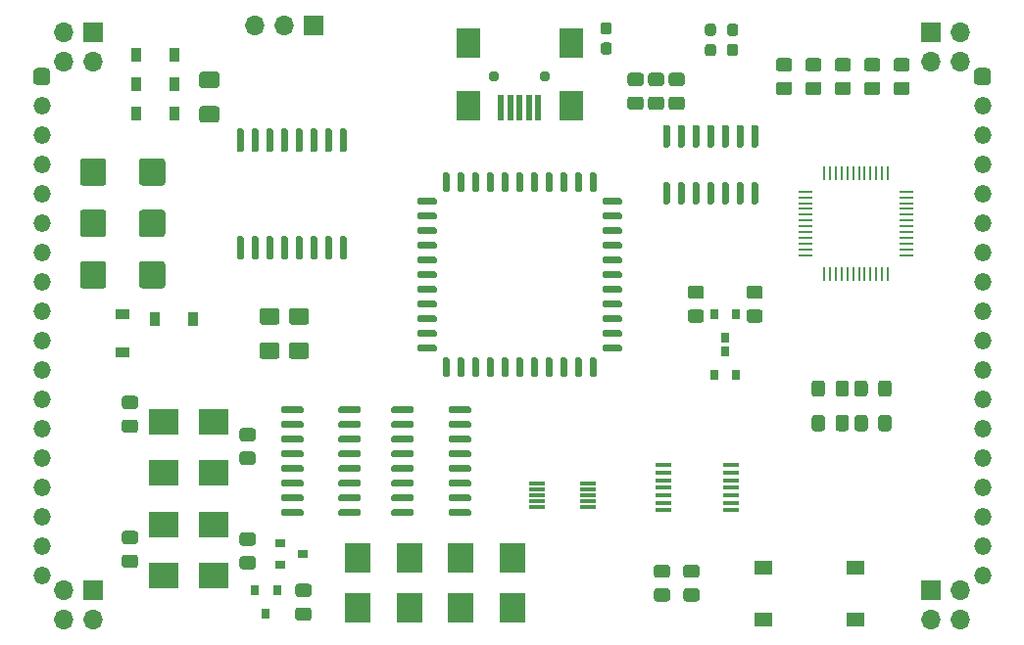
<source format=gbr>
%TF.GenerationSoftware,KiCad,Pcbnew,(5.1.9-0-10_14)*%
%TF.CreationDate,2021-04-17T19:26:37+08:00*%
%TF.ProjectId,BreadControlV2-rounded,42726561-6443-46f6-9e74-726f6c56322d,rev?*%
%TF.SameCoordinates,Original*%
%TF.FileFunction,Soldermask,Top*%
%TF.FilePolarity,Negative*%
%FSLAX46Y46*%
G04 Gerber Fmt 4.6, Leading zero omitted, Abs format (unit mm)*
G04 Created by KiCad (PCBNEW (5.1.9-0-10_14)) date 2021-04-17 19:26:37*
%MOMM*%
%LPD*%
G01*
G04 APERTURE LIST*
%ADD10O,1.500000X1.500000*%
%ADD11O,1.700000X1.700000*%
%ADD12R,1.700000X1.700000*%
%ADD13R,2.500000X2.300000*%
%ADD14R,2.300000X2.500000*%
%ADD15R,1.400000X0.300000*%
%ADD16R,1.450000X0.450000*%
%ADD17R,0.250000X1.300000*%
%ADD18R,1.300000X0.250000*%
%ADD19R,1.550000X1.300000*%
%ADD20R,0.900000X0.800000*%
%ADD21R,0.800000X0.900000*%
%ADD22C,0.950000*%
%ADD23R,2.000000X2.500000*%
%ADD24R,0.500000X2.250000*%
%ADD25R,0.900000X1.200000*%
%ADD26R,1.200000X0.900000*%
G04 APERTURE END LIST*
D10*
%TO.C,J2*%
X179070000Y-78740000D03*
X179070000Y-76200000D03*
X179070000Y-73660000D03*
X179070000Y-71120000D03*
X179070000Y-68580000D03*
X179070000Y-66040000D03*
X179070000Y-63500000D03*
X179070000Y-60960000D03*
X179070000Y-58420000D03*
X179070000Y-55880000D03*
X179070000Y-53340000D03*
X179070000Y-50800000D03*
X179070000Y-48260000D03*
X179070000Y-45720000D03*
X179070000Y-43180000D03*
X179070000Y-40640000D03*
X179070000Y-38100000D03*
G36*
G01*
X178320000Y-35935000D02*
X178320000Y-35185000D01*
G75*
G02*
X178695000Y-34810000I375000J0D01*
G01*
X179445000Y-34810000D01*
G75*
G02*
X179820000Y-35185000I0J-375000D01*
G01*
X179820000Y-35935000D01*
G75*
G02*
X179445000Y-36310000I-375000J0D01*
G01*
X178695000Y-36310000D01*
G75*
G02*
X178320000Y-35935000I0J375000D01*
G01*
G37*
%TD*%
%TO.C,J1*%
X97790000Y-78740000D03*
X97790000Y-76200000D03*
X97790000Y-73660000D03*
X97790000Y-71120000D03*
X97790000Y-68580000D03*
X97790000Y-66040000D03*
X97790000Y-63500000D03*
X97790000Y-60960000D03*
X97790000Y-58420000D03*
X97790000Y-55880000D03*
X97790000Y-53340000D03*
X97790000Y-50800000D03*
X97790000Y-48260000D03*
X97790000Y-45720000D03*
X97790000Y-43180000D03*
X97790000Y-40640000D03*
X97790000Y-38100000D03*
G36*
G01*
X97040000Y-35935000D02*
X97040000Y-35185000D01*
G75*
G02*
X97415000Y-34810000I375000J0D01*
G01*
X98165000Y-34810000D01*
G75*
G02*
X98540000Y-35185000I0J-375000D01*
G01*
X98540000Y-35935000D01*
G75*
G02*
X98165000Y-36310000I-375000J0D01*
G01*
X97415000Y-36310000D01*
G75*
G02*
X97040000Y-35935000I0J375000D01*
G01*
G37*
%TD*%
D11*
%TO.C,J8*%
X177165000Y-82550000D03*
X174625000Y-82550000D03*
X177165000Y-80010000D03*
D12*
X174625000Y-80010000D03*
%TD*%
D11*
%TO.C,Rx Tx Out*%
X177165000Y-34290000D03*
X174625000Y-34290000D03*
X177165000Y-31750000D03*
D12*
X174625000Y-31750000D03*
%TD*%
D11*
%TO.C,J7*%
X99695000Y-82550000D03*
X102235000Y-82550000D03*
X99695000Y-80010000D03*
D12*
X102235000Y-80010000D03*
%TD*%
D11*
%TO.C,Rx Tx in*%
X99695000Y-34290000D03*
X102235000Y-34290000D03*
X99695000Y-31750000D03*
D12*
X102235000Y-31750000D03*
%TD*%
D13*
%TO.C,D16*%
X112640000Y-78740000D03*
X108340000Y-78740000D03*
%TD*%
%TO.C,D15*%
X112640000Y-74295000D03*
X108340000Y-74295000D03*
%TD*%
%TO.C,D14*%
X112640000Y-69850000D03*
X108340000Y-69850000D03*
%TD*%
%TO.C,D13*%
X112640000Y-65405000D03*
X108340000Y-65405000D03*
%TD*%
D14*
%TO.C,D12*%
X129540000Y-77225000D03*
X129540000Y-81525000D03*
%TD*%
%TO.C,D11*%
X138430000Y-77225000D03*
X138430000Y-81525000D03*
%TD*%
%TO.C,D10*%
X133985000Y-77225000D03*
X133985000Y-81525000D03*
%TD*%
%TO.C,D9*%
X125095000Y-77225000D03*
X125095000Y-81525000D03*
%TD*%
D15*
%TO.C,U8*%
X140548000Y-72755000D03*
X140548000Y-72255000D03*
X140548000Y-71755000D03*
X140548000Y-71255000D03*
X140548000Y-70755000D03*
X144948000Y-70755000D03*
X144948000Y-71255000D03*
X144948000Y-71755000D03*
X144948000Y-72255000D03*
X144948000Y-72755000D03*
%TD*%
%TO.C,U7*%
G36*
G01*
X120420000Y-73129000D02*
X120420000Y-73429000D01*
G75*
G02*
X120270000Y-73579000I-150000J0D01*
G01*
X118620000Y-73579000D01*
G75*
G02*
X118470000Y-73429000I0J150000D01*
G01*
X118470000Y-73129000D01*
G75*
G02*
X118620000Y-72979000I150000J0D01*
G01*
X120270000Y-72979000D01*
G75*
G02*
X120420000Y-73129000I0J-150000D01*
G01*
G37*
G36*
G01*
X120420000Y-71859000D02*
X120420000Y-72159000D01*
G75*
G02*
X120270000Y-72309000I-150000J0D01*
G01*
X118620000Y-72309000D01*
G75*
G02*
X118470000Y-72159000I0J150000D01*
G01*
X118470000Y-71859000D01*
G75*
G02*
X118620000Y-71709000I150000J0D01*
G01*
X120270000Y-71709000D01*
G75*
G02*
X120420000Y-71859000I0J-150000D01*
G01*
G37*
G36*
G01*
X120420000Y-70589000D02*
X120420000Y-70889000D01*
G75*
G02*
X120270000Y-71039000I-150000J0D01*
G01*
X118620000Y-71039000D01*
G75*
G02*
X118470000Y-70889000I0J150000D01*
G01*
X118470000Y-70589000D01*
G75*
G02*
X118620000Y-70439000I150000J0D01*
G01*
X120270000Y-70439000D01*
G75*
G02*
X120420000Y-70589000I0J-150000D01*
G01*
G37*
G36*
G01*
X120420000Y-69319000D02*
X120420000Y-69619000D01*
G75*
G02*
X120270000Y-69769000I-150000J0D01*
G01*
X118620000Y-69769000D01*
G75*
G02*
X118470000Y-69619000I0J150000D01*
G01*
X118470000Y-69319000D01*
G75*
G02*
X118620000Y-69169000I150000J0D01*
G01*
X120270000Y-69169000D01*
G75*
G02*
X120420000Y-69319000I0J-150000D01*
G01*
G37*
G36*
G01*
X120420000Y-68049000D02*
X120420000Y-68349000D01*
G75*
G02*
X120270000Y-68499000I-150000J0D01*
G01*
X118620000Y-68499000D01*
G75*
G02*
X118470000Y-68349000I0J150000D01*
G01*
X118470000Y-68049000D01*
G75*
G02*
X118620000Y-67899000I150000J0D01*
G01*
X120270000Y-67899000D01*
G75*
G02*
X120420000Y-68049000I0J-150000D01*
G01*
G37*
G36*
G01*
X120420000Y-66779000D02*
X120420000Y-67079000D01*
G75*
G02*
X120270000Y-67229000I-150000J0D01*
G01*
X118620000Y-67229000D01*
G75*
G02*
X118470000Y-67079000I0J150000D01*
G01*
X118470000Y-66779000D01*
G75*
G02*
X118620000Y-66629000I150000J0D01*
G01*
X120270000Y-66629000D01*
G75*
G02*
X120420000Y-66779000I0J-150000D01*
G01*
G37*
G36*
G01*
X120420000Y-65509000D02*
X120420000Y-65809000D01*
G75*
G02*
X120270000Y-65959000I-150000J0D01*
G01*
X118620000Y-65959000D01*
G75*
G02*
X118470000Y-65809000I0J150000D01*
G01*
X118470000Y-65509000D01*
G75*
G02*
X118620000Y-65359000I150000J0D01*
G01*
X120270000Y-65359000D01*
G75*
G02*
X120420000Y-65509000I0J-150000D01*
G01*
G37*
G36*
G01*
X120420000Y-64239000D02*
X120420000Y-64539000D01*
G75*
G02*
X120270000Y-64689000I-150000J0D01*
G01*
X118620000Y-64689000D01*
G75*
G02*
X118470000Y-64539000I0J150000D01*
G01*
X118470000Y-64239000D01*
G75*
G02*
X118620000Y-64089000I150000J0D01*
G01*
X120270000Y-64089000D01*
G75*
G02*
X120420000Y-64239000I0J-150000D01*
G01*
G37*
G36*
G01*
X125370000Y-64239000D02*
X125370000Y-64539000D01*
G75*
G02*
X125220000Y-64689000I-150000J0D01*
G01*
X123570000Y-64689000D01*
G75*
G02*
X123420000Y-64539000I0J150000D01*
G01*
X123420000Y-64239000D01*
G75*
G02*
X123570000Y-64089000I150000J0D01*
G01*
X125220000Y-64089000D01*
G75*
G02*
X125370000Y-64239000I0J-150000D01*
G01*
G37*
G36*
G01*
X125370000Y-65509000D02*
X125370000Y-65809000D01*
G75*
G02*
X125220000Y-65959000I-150000J0D01*
G01*
X123570000Y-65959000D01*
G75*
G02*
X123420000Y-65809000I0J150000D01*
G01*
X123420000Y-65509000D01*
G75*
G02*
X123570000Y-65359000I150000J0D01*
G01*
X125220000Y-65359000D01*
G75*
G02*
X125370000Y-65509000I0J-150000D01*
G01*
G37*
G36*
G01*
X125370000Y-66779000D02*
X125370000Y-67079000D01*
G75*
G02*
X125220000Y-67229000I-150000J0D01*
G01*
X123570000Y-67229000D01*
G75*
G02*
X123420000Y-67079000I0J150000D01*
G01*
X123420000Y-66779000D01*
G75*
G02*
X123570000Y-66629000I150000J0D01*
G01*
X125220000Y-66629000D01*
G75*
G02*
X125370000Y-66779000I0J-150000D01*
G01*
G37*
G36*
G01*
X125370000Y-68049000D02*
X125370000Y-68349000D01*
G75*
G02*
X125220000Y-68499000I-150000J0D01*
G01*
X123570000Y-68499000D01*
G75*
G02*
X123420000Y-68349000I0J150000D01*
G01*
X123420000Y-68049000D01*
G75*
G02*
X123570000Y-67899000I150000J0D01*
G01*
X125220000Y-67899000D01*
G75*
G02*
X125370000Y-68049000I0J-150000D01*
G01*
G37*
G36*
G01*
X125370000Y-69319000D02*
X125370000Y-69619000D01*
G75*
G02*
X125220000Y-69769000I-150000J0D01*
G01*
X123570000Y-69769000D01*
G75*
G02*
X123420000Y-69619000I0J150000D01*
G01*
X123420000Y-69319000D01*
G75*
G02*
X123570000Y-69169000I150000J0D01*
G01*
X125220000Y-69169000D01*
G75*
G02*
X125370000Y-69319000I0J-150000D01*
G01*
G37*
G36*
G01*
X125370000Y-70589000D02*
X125370000Y-70889000D01*
G75*
G02*
X125220000Y-71039000I-150000J0D01*
G01*
X123570000Y-71039000D01*
G75*
G02*
X123420000Y-70889000I0J150000D01*
G01*
X123420000Y-70589000D01*
G75*
G02*
X123570000Y-70439000I150000J0D01*
G01*
X125220000Y-70439000D01*
G75*
G02*
X125370000Y-70589000I0J-150000D01*
G01*
G37*
G36*
G01*
X125370000Y-71859000D02*
X125370000Y-72159000D01*
G75*
G02*
X125220000Y-72309000I-150000J0D01*
G01*
X123570000Y-72309000D01*
G75*
G02*
X123420000Y-72159000I0J150000D01*
G01*
X123420000Y-71859000D01*
G75*
G02*
X123570000Y-71709000I150000J0D01*
G01*
X125220000Y-71709000D01*
G75*
G02*
X125370000Y-71859000I0J-150000D01*
G01*
G37*
G36*
G01*
X125370000Y-73129000D02*
X125370000Y-73429000D01*
G75*
G02*
X125220000Y-73579000I-150000J0D01*
G01*
X123570000Y-73579000D01*
G75*
G02*
X123420000Y-73429000I0J150000D01*
G01*
X123420000Y-73129000D01*
G75*
G02*
X123570000Y-72979000I150000J0D01*
G01*
X125220000Y-72979000D01*
G75*
G02*
X125370000Y-73129000I0J-150000D01*
G01*
G37*
%TD*%
%TO.C,U6*%
G36*
G01*
X132945000Y-64539000D02*
X132945000Y-64239000D01*
G75*
G02*
X133095000Y-64089000I150000J0D01*
G01*
X134745000Y-64089000D01*
G75*
G02*
X134895000Y-64239000I0J-150000D01*
G01*
X134895000Y-64539000D01*
G75*
G02*
X134745000Y-64689000I-150000J0D01*
G01*
X133095000Y-64689000D01*
G75*
G02*
X132945000Y-64539000I0J150000D01*
G01*
G37*
G36*
G01*
X132945000Y-65809000D02*
X132945000Y-65509000D01*
G75*
G02*
X133095000Y-65359000I150000J0D01*
G01*
X134745000Y-65359000D01*
G75*
G02*
X134895000Y-65509000I0J-150000D01*
G01*
X134895000Y-65809000D01*
G75*
G02*
X134745000Y-65959000I-150000J0D01*
G01*
X133095000Y-65959000D01*
G75*
G02*
X132945000Y-65809000I0J150000D01*
G01*
G37*
G36*
G01*
X132945000Y-67079000D02*
X132945000Y-66779000D01*
G75*
G02*
X133095000Y-66629000I150000J0D01*
G01*
X134745000Y-66629000D01*
G75*
G02*
X134895000Y-66779000I0J-150000D01*
G01*
X134895000Y-67079000D01*
G75*
G02*
X134745000Y-67229000I-150000J0D01*
G01*
X133095000Y-67229000D01*
G75*
G02*
X132945000Y-67079000I0J150000D01*
G01*
G37*
G36*
G01*
X132945000Y-68349000D02*
X132945000Y-68049000D01*
G75*
G02*
X133095000Y-67899000I150000J0D01*
G01*
X134745000Y-67899000D01*
G75*
G02*
X134895000Y-68049000I0J-150000D01*
G01*
X134895000Y-68349000D01*
G75*
G02*
X134745000Y-68499000I-150000J0D01*
G01*
X133095000Y-68499000D01*
G75*
G02*
X132945000Y-68349000I0J150000D01*
G01*
G37*
G36*
G01*
X132945000Y-69619000D02*
X132945000Y-69319000D01*
G75*
G02*
X133095000Y-69169000I150000J0D01*
G01*
X134745000Y-69169000D01*
G75*
G02*
X134895000Y-69319000I0J-150000D01*
G01*
X134895000Y-69619000D01*
G75*
G02*
X134745000Y-69769000I-150000J0D01*
G01*
X133095000Y-69769000D01*
G75*
G02*
X132945000Y-69619000I0J150000D01*
G01*
G37*
G36*
G01*
X132945000Y-70889000D02*
X132945000Y-70589000D01*
G75*
G02*
X133095000Y-70439000I150000J0D01*
G01*
X134745000Y-70439000D01*
G75*
G02*
X134895000Y-70589000I0J-150000D01*
G01*
X134895000Y-70889000D01*
G75*
G02*
X134745000Y-71039000I-150000J0D01*
G01*
X133095000Y-71039000D01*
G75*
G02*
X132945000Y-70889000I0J150000D01*
G01*
G37*
G36*
G01*
X132945000Y-72159000D02*
X132945000Y-71859000D01*
G75*
G02*
X133095000Y-71709000I150000J0D01*
G01*
X134745000Y-71709000D01*
G75*
G02*
X134895000Y-71859000I0J-150000D01*
G01*
X134895000Y-72159000D01*
G75*
G02*
X134745000Y-72309000I-150000J0D01*
G01*
X133095000Y-72309000D01*
G75*
G02*
X132945000Y-72159000I0J150000D01*
G01*
G37*
G36*
G01*
X132945000Y-73429000D02*
X132945000Y-73129000D01*
G75*
G02*
X133095000Y-72979000I150000J0D01*
G01*
X134745000Y-72979000D01*
G75*
G02*
X134895000Y-73129000I0J-150000D01*
G01*
X134895000Y-73429000D01*
G75*
G02*
X134745000Y-73579000I-150000J0D01*
G01*
X133095000Y-73579000D01*
G75*
G02*
X132945000Y-73429000I0J150000D01*
G01*
G37*
G36*
G01*
X127995000Y-73429000D02*
X127995000Y-73129000D01*
G75*
G02*
X128145000Y-72979000I150000J0D01*
G01*
X129795000Y-72979000D01*
G75*
G02*
X129945000Y-73129000I0J-150000D01*
G01*
X129945000Y-73429000D01*
G75*
G02*
X129795000Y-73579000I-150000J0D01*
G01*
X128145000Y-73579000D01*
G75*
G02*
X127995000Y-73429000I0J150000D01*
G01*
G37*
G36*
G01*
X127995000Y-72159000D02*
X127995000Y-71859000D01*
G75*
G02*
X128145000Y-71709000I150000J0D01*
G01*
X129795000Y-71709000D01*
G75*
G02*
X129945000Y-71859000I0J-150000D01*
G01*
X129945000Y-72159000D01*
G75*
G02*
X129795000Y-72309000I-150000J0D01*
G01*
X128145000Y-72309000D01*
G75*
G02*
X127995000Y-72159000I0J150000D01*
G01*
G37*
G36*
G01*
X127995000Y-70889000D02*
X127995000Y-70589000D01*
G75*
G02*
X128145000Y-70439000I150000J0D01*
G01*
X129795000Y-70439000D01*
G75*
G02*
X129945000Y-70589000I0J-150000D01*
G01*
X129945000Y-70889000D01*
G75*
G02*
X129795000Y-71039000I-150000J0D01*
G01*
X128145000Y-71039000D01*
G75*
G02*
X127995000Y-70889000I0J150000D01*
G01*
G37*
G36*
G01*
X127995000Y-69619000D02*
X127995000Y-69319000D01*
G75*
G02*
X128145000Y-69169000I150000J0D01*
G01*
X129795000Y-69169000D01*
G75*
G02*
X129945000Y-69319000I0J-150000D01*
G01*
X129945000Y-69619000D01*
G75*
G02*
X129795000Y-69769000I-150000J0D01*
G01*
X128145000Y-69769000D01*
G75*
G02*
X127995000Y-69619000I0J150000D01*
G01*
G37*
G36*
G01*
X127995000Y-68349000D02*
X127995000Y-68049000D01*
G75*
G02*
X128145000Y-67899000I150000J0D01*
G01*
X129795000Y-67899000D01*
G75*
G02*
X129945000Y-68049000I0J-150000D01*
G01*
X129945000Y-68349000D01*
G75*
G02*
X129795000Y-68499000I-150000J0D01*
G01*
X128145000Y-68499000D01*
G75*
G02*
X127995000Y-68349000I0J150000D01*
G01*
G37*
G36*
G01*
X127995000Y-67079000D02*
X127995000Y-66779000D01*
G75*
G02*
X128145000Y-66629000I150000J0D01*
G01*
X129795000Y-66629000D01*
G75*
G02*
X129945000Y-66779000I0J-150000D01*
G01*
X129945000Y-67079000D01*
G75*
G02*
X129795000Y-67229000I-150000J0D01*
G01*
X128145000Y-67229000D01*
G75*
G02*
X127995000Y-67079000I0J150000D01*
G01*
G37*
G36*
G01*
X127995000Y-65809000D02*
X127995000Y-65509000D01*
G75*
G02*
X128145000Y-65359000I150000J0D01*
G01*
X129795000Y-65359000D01*
G75*
G02*
X129945000Y-65509000I0J-150000D01*
G01*
X129945000Y-65809000D01*
G75*
G02*
X129795000Y-65959000I-150000J0D01*
G01*
X128145000Y-65959000D01*
G75*
G02*
X127995000Y-65809000I0J150000D01*
G01*
G37*
G36*
G01*
X127995000Y-64539000D02*
X127995000Y-64239000D01*
G75*
G02*
X128145000Y-64089000I150000J0D01*
G01*
X129795000Y-64089000D01*
G75*
G02*
X129945000Y-64239000I0J-150000D01*
G01*
X129945000Y-64539000D01*
G75*
G02*
X129795000Y-64689000I-150000J0D01*
G01*
X128145000Y-64689000D01*
G75*
G02*
X127995000Y-64539000I0J150000D01*
G01*
G37*
%TD*%
%TO.C,U5*%
G36*
G01*
X123675000Y-49345000D02*
X123975000Y-49345000D01*
G75*
G02*
X124125000Y-49495000I0J-150000D01*
G01*
X124125000Y-51245000D01*
G75*
G02*
X123975000Y-51395000I-150000J0D01*
G01*
X123675000Y-51395000D01*
G75*
G02*
X123525000Y-51245000I0J150000D01*
G01*
X123525000Y-49495000D01*
G75*
G02*
X123675000Y-49345000I150000J0D01*
G01*
G37*
G36*
G01*
X122405000Y-49345000D02*
X122705000Y-49345000D01*
G75*
G02*
X122855000Y-49495000I0J-150000D01*
G01*
X122855000Y-51245000D01*
G75*
G02*
X122705000Y-51395000I-150000J0D01*
G01*
X122405000Y-51395000D01*
G75*
G02*
X122255000Y-51245000I0J150000D01*
G01*
X122255000Y-49495000D01*
G75*
G02*
X122405000Y-49345000I150000J0D01*
G01*
G37*
G36*
G01*
X121135000Y-49345000D02*
X121435000Y-49345000D01*
G75*
G02*
X121585000Y-49495000I0J-150000D01*
G01*
X121585000Y-51245000D01*
G75*
G02*
X121435000Y-51395000I-150000J0D01*
G01*
X121135000Y-51395000D01*
G75*
G02*
X120985000Y-51245000I0J150000D01*
G01*
X120985000Y-49495000D01*
G75*
G02*
X121135000Y-49345000I150000J0D01*
G01*
G37*
G36*
G01*
X119865000Y-49345000D02*
X120165000Y-49345000D01*
G75*
G02*
X120315000Y-49495000I0J-150000D01*
G01*
X120315000Y-51245000D01*
G75*
G02*
X120165000Y-51395000I-150000J0D01*
G01*
X119865000Y-51395000D01*
G75*
G02*
X119715000Y-51245000I0J150000D01*
G01*
X119715000Y-49495000D01*
G75*
G02*
X119865000Y-49345000I150000J0D01*
G01*
G37*
G36*
G01*
X118595000Y-49345000D02*
X118895000Y-49345000D01*
G75*
G02*
X119045000Y-49495000I0J-150000D01*
G01*
X119045000Y-51245000D01*
G75*
G02*
X118895000Y-51395000I-150000J0D01*
G01*
X118595000Y-51395000D01*
G75*
G02*
X118445000Y-51245000I0J150000D01*
G01*
X118445000Y-49495000D01*
G75*
G02*
X118595000Y-49345000I150000J0D01*
G01*
G37*
G36*
G01*
X117325000Y-49345000D02*
X117625000Y-49345000D01*
G75*
G02*
X117775000Y-49495000I0J-150000D01*
G01*
X117775000Y-51245000D01*
G75*
G02*
X117625000Y-51395000I-150000J0D01*
G01*
X117325000Y-51395000D01*
G75*
G02*
X117175000Y-51245000I0J150000D01*
G01*
X117175000Y-49495000D01*
G75*
G02*
X117325000Y-49345000I150000J0D01*
G01*
G37*
G36*
G01*
X116055000Y-49345000D02*
X116355000Y-49345000D01*
G75*
G02*
X116505000Y-49495000I0J-150000D01*
G01*
X116505000Y-51245000D01*
G75*
G02*
X116355000Y-51395000I-150000J0D01*
G01*
X116055000Y-51395000D01*
G75*
G02*
X115905000Y-51245000I0J150000D01*
G01*
X115905000Y-49495000D01*
G75*
G02*
X116055000Y-49345000I150000J0D01*
G01*
G37*
G36*
G01*
X114785000Y-49345000D02*
X115085000Y-49345000D01*
G75*
G02*
X115235000Y-49495000I0J-150000D01*
G01*
X115235000Y-51245000D01*
G75*
G02*
X115085000Y-51395000I-150000J0D01*
G01*
X114785000Y-51395000D01*
G75*
G02*
X114635000Y-51245000I0J150000D01*
G01*
X114635000Y-49495000D01*
G75*
G02*
X114785000Y-49345000I150000J0D01*
G01*
G37*
G36*
G01*
X114785000Y-40045000D02*
X115085000Y-40045000D01*
G75*
G02*
X115235000Y-40195000I0J-150000D01*
G01*
X115235000Y-41945000D01*
G75*
G02*
X115085000Y-42095000I-150000J0D01*
G01*
X114785000Y-42095000D01*
G75*
G02*
X114635000Y-41945000I0J150000D01*
G01*
X114635000Y-40195000D01*
G75*
G02*
X114785000Y-40045000I150000J0D01*
G01*
G37*
G36*
G01*
X116055000Y-40045000D02*
X116355000Y-40045000D01*
G75*
G02*
X116505000Y-40195000I0J-150000D01*
G01*
X116505000Y-41945000D01*
G75*
G02*
X116355000Y-42095000I-150000J0D01*
G01*
X116055000Y-42095000D01*
G75*
G02*
X115905000Y-41945000I0J150000D01*
G01*
X115905000Y-40195000D01*
G75*
G02*
X116055000Y-40045000I150000J0D01*
G01*
G37*
G36*
G01*
X117325000Y-40045000D02*
X117625000Y-40045000D01*
G75*
G02*
X117775000Y-40195000I0J-150000D01*
G01*
X117775000Y-41945000D01*
G75*
G02*
X117625000Y-42095000I-150000J0D01*
G01*
X117325000Y-42095000D01*
G75*
G02*
X117175000Y-41945000I0J150000D01*
G01*
X117175000Y-40195000D01*
G75*
G02*
X117325000Y-40045000I150000J0D01*
G01*
G37*
G36*
G01*
X118595000Y-40045000D02*
X118895000Y-40045000D01*
G75*
G02*
X119045000Y-40195000I0J-150000D01*
G01*
X119045000Y-41945000D01*
G75*
G02*
X118895000Y-42095000I-150000J0D01*
G01*
X118595000Y-42095000D01*
G75*
G02*
X118445000Y-41945000I0J150000D01*
G01*
X118445000Y-40195000D01*
G75*
G02*
X118595000Y-40045000I150000J0D01*
G01*
G37*
G36*
G01*
X119865000Y-40045000D02*
X120165000Y-40045000D01*
G75*
G02*
X120315000Y-40195000I0J-150000D01*
G01*
X120315000Y-41945000D01*
G75*
G02*
X120165000Y-42095000I-150000J0D01*
G01*
X119865000Y-42095000D01*
G75*
G02*
X119715000Y-41945000I0J150000D01*
G01*
X119715000Y-40195000D01*
G75*
G02*
X119865000Y-40045000I150000J0D01*
G01*
G37*
G36*
G01*
X121135000Y-40045000D02*
X121435000Y-40045000D01*
G75*
G02*
X121585000Y-40195000I0J-150000D01*
G01*
X121585000Y-41945000D01*
G75*
G02*
X121435000Y-42095000I-150000J0D01*
G01*
X121135000Y-42095000D01*
G75*
G02*
X120985000Y-41945000I0J150000D01*
G01*
X120985000Y-40195000D01*
G75*
G02*
X121135000Y-40045000I150000J0D01*
G01*
G37*
G36*
G01*
X122405000Y-40045000D02*
X122705000Y-40045000D01*
G75*
G02*
X122855000Y-40195000I0J-150000D01*
G01*
X122855000Y-41945000D01*
G75*
G02*
X122705000Y-42095000I-150000J0D01*
G01*
X122405000Y-42095000D01*
G75*
G02*
X122255000Y-41945000I0J150000D01*
G01*
X122255000Y-40195000D01*
G75*
G02*
X122405000Y-40045000I150000J0D01*
G01*
G37*
G36*
G01*
X123675000Y-40045000D02*
X123975000Y-40045000D01*
G75*
G02*
X124125000Y-40195000I0J-150000D01*
G01*
X124125000Y-41945000D01*
G75*
G02*
X123975000Y-42095000I-150000J0D01*
G01*
X123675000Y-42095000D01*
G75*
G02*
X123525000Y-41945000I0J150000D01*
G01*
X123525000Y-40195000D01*
G75*
G02*
X123675000Y-40045000I150000J0D01*
G01*
G37*
%TD*%
D16*
%TO.C,U4*%
X151482000Y-73070000D03*
X151482000Y-72420000D03*
X151482000Y-71770000D03*
X151482000Y-71120000D03*
X151482000Y-70470000D03*
X151482000Y-69820000D03*
X151482000Y-69170000D03*
X157382000Y-69170000D03*
X157382000Y-69820000D03*
X157382000Y-70470000D03*
X157382000Y-71120000D03*
X157382000Y-71770000D03*
X157382000Y-72420000D03*
X157382000Y-73070000D03*
%TD*%
D17*
%TO.C,U3*%
X165398000Y-43910000D03*
X165898000Y-43910000D03*
X166398000Y-43910000D03*
X166898000Y-43910000D03*
X167398000Y-43910000D03*
X167898000Y-43910000D03*
X168398000Y-43910000D03*
X168898000Y-43910000D03*
X169398000Y-43910000D03*
X169898000Y-43910000D03*
X170398000Y-43910000D03*
X170898000Y-43910000D03*
D18*
X172498000Y-45510000D03*
X172498000Y-46010000D03*
X172498000Y-46510000D03*
X172498000Y-47010000D03*
X172498000Y-47510000D03*
X172498000Y-48010000D03*
X172498000Y-48510000D03*
X172498000Y-49010000D03*
X172498000Y-49510000D03*
X172498000Y-50010000D03*
X172498000Y-50510000D03*
X172498000Y-51010000D03*
D17*
X170898000Y-52610000D03*
X170398000Y-52610000D03*
X169898000Y-52610000D03*
X169398000Y-52610000D03*
X168898000Y-52610000D03*
X168398000Y-52610000D03*
X167898000Y-52610000D03*
X167398000Y-52610000D03*
X166898000Y-52610000D03*
X166398000Y-52610000D03*
X165898000Y-52610000D03*
X165398000Y-52610000D03*
D18*
X163798000Y-51010000D03*
X163798000Y-50510000D03*
X163798000Y-50010000D03*
X163798000Y-49510000D03*
X163798000Y-49010000D03*
X163798000Y-48510000D03*
X163798000Y-48010000D03*
X163798000Y-47510000D03*
X163798000Y-47010000D03*
X163798000Y-46510000D03*
X163798000Y-46010000D03*
X163798000Y-45510000D03*
%TD*%
%TO.C,U2*%
G36*
G01*
X146365000Y-53675000D02*
X147765000Y-53675000D01*
G75*
G02*
X147915000Y-53825000I0J-150000D01*
G01*
X147915000Y-54125000D01*
G75*
G02*
X147765000Y-54275000I-150000J0D01*
G01*
X146365000Y-54275000D01*
G75*
G02*
X146215000Y-54125000I0J150000D01*
G01*
X146215000Y-53825000D01*
G75*
G02*
X146365000Y-53675000I150000J0D01*
G01*
G37*
G36*
G01*
X146365000Y-54945000D02*
X147765000Y-54945000D01*
G75*
G02*
X147915000Y-55095000I0J-150000D01*
G01*
X147915000Y-55395000D01*
G75*
G02*
X147765000Y-55545000I-150000J0D01*
G01*
X146365000Y-55545000D01*
G75*
G02*
X146215000Y-55395000I0J150000D01*
G01*
X146215000Y-55095000D01*
G75*
G02*
X146365000Y-54945000I150000J0D01*
G01*
G37*
G36*
G01*
X146365000Y-56215000D02*
X147765000Y-56215000D01*
G75*
G02*
X147915000Y-56365000I0J-150000D01*
G01*
X147915000Y-56665000D01*
G75*
G02*
X147765000Y-56815000I-150000J0D01*
G01*
X146365000Y-56815000D01*
G75*
G02*
X146215000Y-56665000I0J150000D01*
G01*
X146215000Y-56365000D01*
G75*
G02*
X146365000Y-56215000I150000J0D01*
G01*
G37*
G36*
G01*
X146365000Y-57485000D02*
X147765000Y-57485000D01*
G75*
G02*
X147915000Y-57635000I0J-150000D01*
G01*
X147915000Y-57935000D01*
G75*
G02*
X147765000Y-58085000I-150000J0D01*
G01*
X146365000Y-58085000D01*
G75*
G02*
X146215000Y-57935000I0J150000D01*
G01*
X146215000Y-57635000D01*
G75*
G02*
X146365000Y-57485000I150000J0D01*
G01*
G37*
G36*
G01*
X146365000Y-58755000D02*
X147765000Y-58755000D01*
G75*
G02*
X147915000Y-58905000I0J-150000D01*
G01*
X147915000Y-59205000D01*
G75*
G02*
X147765000Y-59355000I-150000J0D01*
G01*
X146365000Y-59355000D01*
G75*
G02*
X146215000Y-59205000I0J150000D01*
G01*
X146215000Y-58905000D01*
G75*
G02*
X146365000Y-58755000I150000J0D01*
G01*
G37*
G36*
G01*
X145265000Y-59855000D02*
X145565000Y-59855000D01*
G75*
G02*
X145715000Y-60005000I0J-150000D01*
G01*
X145715000Y-61405000D01*
G75*
G02*
X145565000Y-61555000I-150000J0D01*
G01*
X145265000Y-61555000D01*
G75*
G02*
X145115000Y-61405000I0J150000D01*
G01*
X145115000Y-60005000D01*
G75*
G02*
X145265000Y-59855000I150000J0D01*
G01*
G37*
G36*
G01*
X143995000Y-59855000D02*
X144295000Y-59855000D01*
G75*
G02*
X144445000Y-60005000I0J-150000D01*
G01*
X144445000Y-61405000D01*
G75*
G02*
X144295000Y-61555000I-150000J0D01*
G01*
X143995000Y-61555000D01*
G75*
G02*
X143845000Y-61405000I0J150000D01*
G01*
X143845000Y-60005000D01*
G75*
G02*
X143995000Y-59855000I150000J0D01*
G01*
G37*
G36*
G01*
X142725000Y-59855000D02*
X143025000Y-59855000D01*
G75*
G02*
X143175000Y-60005000I0J-150000D01*
G01*
X143175000Y-61405000D01*
G75*
G02*
X143025000Y-61555000I-150000J0D01*
G01*
X142725000Y-61555000D01*
G75*
G02*
X142575000Y-61405000I0J150000D01*
G01*
X142575000Y-60005000D01*
G75*
G02*
X142725000Y-59855000I150000J0D01*
G01*
G37*
G36*
G01*
X141455000Y-59855000D02*
X141755000Y-59855000D01*
G75*
G02*
X141905000Y-60005000I0J-150000D01*
G01*
X141905000Y-61405000D01*
G75*
G02*
X141755000Y-61555000I-150000J0D01*
G01*
X141455000Y-61555000D01*
G75*
G02*
X141305000Y-61405000I0J150000D01*
G01*
X141305000Y-60005000D01*
G75*
G02*
X141455000Y-59855000I150000J0D01*
G01*
G37*
G36*
G01*
X140185000Y-59855000D02*
X140485000Y-59855000D01*
G75*
G02*
X140635000Y-60005000I0J-150000D01*
G01*
X140635000Y-61405000D01*
G75*
G02*
X140485000Y-61555000I-150000J0D01*
G01*
X140185000Y-61555000D01*
G75*
G02*
X140035000Y-61405000I0J150000D01*
G01*
X140035000Y-60005000D01*
G75*
G02*
X140185000Y-59855000I150000J0D01*
G01*
G37*
G36*
G01*
X138915000Y-59855000D02*
X139215000Y-59855000D01*
G75*
G02*
X139365000Y-60005000I0J-150000D01*
G01*
X139365000Y-61405000D01*
G75*
G02*
X139215000Y-61555000I-150000J0D01*
G01*
X138915000Y-61555000D01*
G75*
G02*
X138765000Y-61405000I0J150000D01*
G01*
X138765000Y-60005000D01*
G75*
G02*
X138915000Y-59855000I150000J0D01*
G01*
G37*
G36*
G01*
X137645000Y-59855000D02*
X137945000Y-59855000D01*
G75*
G02*
X138095000Y-60005000I0J-150000D01*
G01*
X138095000Y-61405000D01*
G75*
G02*
X137945000Y-61555000I-150000J0D01*
G01*
X137645000Y-61555000D01*
G75*
G02*
X137495000Y-61405000I0J150000D01*
G01*
X137495000Y-60005000D01*
G75*
G02*
X137645000Y-59855000I150000J0D01*
G01*
G37*
G36*
G01*
X136375000Y-59855000D02*
X136675000Y-59855000D01*
G75*
G02*
X136825000Y-60005000I0J-150000D01*
G01*
X136825000Y-61405000D01*
G75*
G02*
X136675000Y-61555000I-150000J0D01*
G01*
X136375000Y-61555000D01*
G75*
G02*
X136225000Y-61405000I0J150000D01*
G01*
X136225000Y-60005000D01*
G75*
G02*
X136375000Y-59855000I150000J0D01*
G01*
G37*
G36*
G01*
X135105000Y-59855000D02*
X135405000Y-59855000D01*
G75*
G02*
X135555000Y-60005000I0J-150000D01*
G01*
X135555000Y-61405000D01*
G75*
G02*
X135405000Y-61555000I-150000J0D01*
G01*
X135105000Y-61555000D01*
G75*
G02*
X134955000Y-61405000I0J150000D01*
G01*
X134955000Y-60005000D01*
G75*
G02*
X135105000Y-59855000I150000J0D01*
G01*
G37*
G36*
G01*
X133835000Y-59855000D02*
X134135000Y-59855000D01*
G75*
G02*
X134285000Y-60005000I0J-150000D01*
G01*
X134285000Y-61405000D01*
G75*
G02*
X134135000Y-61555000I-150000J0D01*
G01*
X133835000Y-61555000D01*
G75*
G02*
X133685000Y-61405000I0J150000D01*
G01*
X133685000Y-60005000D01*
G75*
G02*
X133835000Y-59855000I150000J0D01*
G01*
G37*
G36*
G01*
X132565000Y-59855000D02*
X132865000Y-59855000D01*
G75*
G02*
X133015000Y-60005000I0J-150000D01*
G01*
X133015000Y-61405000D01*
G75*
G02*
X132865000Y-61555000I-150000J0D01*
G01*
X132565000Y-61555000D01*
G75*
G02*
X132415000Y-61405000I0J150000D01*
G01*
X132415000Y-60005000D01*
G75*
G02*
X132565000Y-59855000I150000J0D01*
G01*
G37*
G36*
G01*
X130365000Y-58755000D02*
X131765000Y-58755000D01*
G75*
G02*
X131915000Y-58905000I0J-150000D01*
G01*
X131915000Y-59205000D01*
G75*
G02*
X131765000Y-59355000I-150000J0D01*
G01*
X130365000Y-59355000D01*
G75*
G02*
X130215000Y-59205000I0J150000D01*
G01*
X130215000Y-58905000D01*
G75*
G02*
X130365000Y-58755000I150000J0D01*
G01*
G37*
G36*
G01*
X130365000Y-57485000D02*
X131765000Y-57485000D01*
G75*
G02*
X131915000Y-57635000I0J-150000D01*
G01*
X131915000Y-57935000D01*
G75*
G02*
X131765000Y-58085000I-150000J0D01*
G01*
X130365000Y-58085000D01*
G75*
G02*
X130215000Y-57935000I0J150000D01*
G01*
X130215000Y-57635000D01*
G75*
G02*
X130365000Y-57485000I150000J0D01*
G01*
G37*
G36*
G01*
X130365000Y-56215000D02*
X131765000Y-56215000D01*
G75*
G02*
X131915000Y-56365000I0J-150000D01*
G01*
X131915000Y-56665000D01*
G75*
G02*
X131765000Y-56815000I-150000J0D01*
G01*
X130365000Y-56815000D01*
G75*
G02*
X130215000Y-56665000I0J150000D01*
G01*
X130215000Y-56365000D01*
G75*
G02*
X130365000Y-56215000I150000J0D01*
G01*
G37*
G36*
G01*
X130365000Y-54945000D02*
X131765000Y-54945000D01*
G75*
G02*
X131915000Y-55095000I0J-150000D01*
G01*
X131915000Y-55395000D01*
G75*
G02*
X131765000Y-55545000I-150000J0D01*
G01*
X130365000Y-55545000D01*
G75*
G02*
X130215000Y-55395000I0J150000D01*
G01*
X130215000Y-55095000D01*
G75*
G02*
X130365000Y-54945000I150000J0D01*
G01*
G37*
G36*
G01*
X130365000Y-53675000D02*
X131765000Y-53675000D01*
G75*
G02*
X131915000Y-53825000I0J-150000D01*
G01*
X131915000Y-54125000D01*
G75*
G02*
X131765000Y-54275000I-150000J0D01*
G01*
X130365000Y-54275000D01*
G75*
G02*
X130215000Y-54125000I0J150000D01*
G01*
X130215000Y-53825000D01*
G75*
G02*
X130365000Y-53675000I150000J0D01*
G01*
G37*
G36*
G01*
X130365000Y-52405000D02*
X131765000Y-52405000D01*
G75*
G02*
X131915000Y-52555000I0J-150000D01*
G01*
X131915000Y-52855000D01*
G75*
G02*
X131765000Y-53005000I-150000J0D01*
G01*
X130365000Y-53005000D01*
G75*
G02*
X130215000Y-52855000I0J150000D01*
G01*
X130215000Y-52555000D01*
G75*
G02*
X130365000Y-52405000I150000J0D01*
G01*
G37*
G36*
G01*
X130365000Y-51135000D02*
X131765000Y-51135000D01*
G75*
G02*
X131915000Y-51285000I0J-150000D01*
G01*
X131915000Y-51585000D01*
G75*
G02*
X131765000Y-51735000I-150000J0D01*
G01*
X130365000Y-51735000D01*
G75*
G02*
X130215000Y-51585000I0J150000D01*
G01*
X130215000Y-51285000D01*
G75*
G02*
X130365000Y-51135000I150000J0D01*
G01*
G37*
G36*
G01*
X130365000Y-49865000D02*
X131765000Y-49865000D01*
G75*
G02*
X131915000Y-50015000I0J-150000D01*
G01*
X131915000Y-50315000D01*
G75*
G02*
X131765000Y-50465000I-150000J0D01*
G01*
X130365000Y-50465000D01*
G75*
G02*
X130215000Y-50315000I0J150000D01*
G01*
X130215000Y-50015000D01*
G75*
G02*
X130365000Y-49865000I150000J0D01*
G01*
G37*
G36*
G01*
X130365000Y-48595000D02*
X131765000Y-48595000D01*
G75*
G02*
X131915000Y-48745000I0J-150000D01*
G01*
X131915000Y-49045000D01*
G75*
G02*
X131765000Y-49195000I-150000J0D01*
G01*
X130365000Y-49195000D01*
G75*
G02*
X130215000Y-49045000I0J150000D01*
G01*
X130215000Y-48745000D01*
G75*
G02*
X130365000Y-48595000I150000J0D01*
G01*
G37*
G36*
G01*
X130365000Y-47325000D02*
X131765000Y-47325000D01*
G75*
G02*
X131915000Y-47475000I0J-150000D01*
G01*
X131915000Y-47775000D01*
G75*
G02*
X131765000Y-47925000I-150000J0D01*
G01*
X130365000Y-47925000D01*
G75*
G02*
X130215000Y-47775000I0J150000D01*
G01*
X130215000Y-47475000D01*
G75*
G02*
X130365000Y-47325000I150000J0D01*
G01*
G37*
G36*
G01*
X130365000Y-46055000D02*
X131765000Y-46055000D01*
G75*
G02*
X131915000Y-46205000I0J-150000D01*
G01*
X131915000Y-46505000D01*
G75*
G02*
X131765000Y-46655000I-150000J0D01*
G01*
X130365000Y-46655000D01*
G75*
G02*
X130215000Y-46505000I0J150000D01*
G01*
X130215000Y-46205000D01*
G75*
G02*
X130365000Y-46055000I150000J0D01*
G01*
G37*
G36*
G01*
X132565000Y-43855000D02*
X132865000Y-43855000D01*
G75*
G02*
X133015000Y-44005000I0J-150000D01*
G01*
X133015000Y-45405000D01*
G75*
G02*
X132865000Y-45555000I-150000J0D01*
G01*
X132565000Y-45555000D01*
G75*
G02*
X132415000Y-45405000I0J150000D01*
G01*
X132415000Y-44005000D01*
G75*
G02*
X132565000Y-43855000I150000J0D01*
G01*
G37*
G36*
G01*
X133835000Y-43855000D02*
X134135000Y-43855000D01*
G75*
G02*
X134285000Y-44005000I0J-150000D01*
G01*
X134285000Y-45405000D01*
G75*
G02*
X134135000Y-45555000I-150000J0D01*
G01*
X133835000Y-45555000D01*
G75*
G02*
X133685000Y-45405000I0J150000D01*
G01*
X133685000Y-44005000D01*
G75*
G02*
X133835000Y-43855000I150000J0D01*
G01*
G37*
G36*
G01*
X135105000Y-43855000D02*
X135405000Y-43855000D01*
G75*
G02*
X135555000Y-44005000I0J-150000D01*
G01*
X135555000Y-45405000D01*
G75*
G02*
X135405000Y-45555000I-150000J0D01*
G01*
X135105000Y-45555000D01*
G75*
G02*
X134955000Y-45405000I0J150000D01*
G01*
X134955000Y-44005000D01*
G75*
G02*
X135105000Y-43855000I150000J0D01*
G01*
G37*
G36*
G01*
X136375000Y-43855000D02*
X136675000Y-43855000D01*
G75*
G02*
X136825000Y-44005000I0J-150000D01*
G01*
X136825000Y-45405000D01*
G75*
G02*
X136675000Y-45555000I-150000J0D01*
G01*
X136375000Y-45555000D01*
G75*
G02*
X136225000Y-45405000I0J150000D01*
G01*
X136225000Y-44005000D01*
G75*
G02*
X136375000Y-43855000I150000J0D01*
G01*
G37*
G36*
G01*
X137645000Y-43855000D02*
X137945000Y-43855000D01*
G75*
G02*
X138095000Y-44005000I0J-150000D01*
G01*
X138095000Y-45405000D01*
G75*
G02*
X137945000Y-45555000I-150000J0D01*
G01*
X137645000Y-45555000D01*
G75*
G02*
X137495000Y-45405000I0J150000D01*
G01*
X137495000Y-44005000D01*
G75*
G02*
X137645000Y-43855000I150000J0D01*
G01*
G37*
G36*
G01*
X138915000Y-43855000D02*
X139215000Y-43855000D01*
G75*
G02*
X139365000Y-44005000I0J-150000D01*
G01*
X139365000Y-45405000D01*
G75*
G02*
X139215000Y-45555000I-150000J0D01*
G01*
X138915000Y-45555000D01*
G75*
G02*
X138765000Y-45405000I0J150000D01*
G01*
X138765000Y-44005000D01*
G75*
G02*
X138915000Y-43855000I150000J0D01*
G01*
G37*
G36*
G01*
X140185000Y-43855000D02*
X140485000Y-43855000D01*
G75*
G02*
X140635000Y-44005000I0J-150000D01*
G01*
X140635000Y-45405000D01*
G75*
G02*
X140485000Y-45555000I-150000J0D01*
G01*
X140185000Y-45555000D01*
G75*
G02*
X140035000Y-45405000I0J150000D01*
G01*
X140035000Y-44005000D01*
G75*
G02*
X140185000Y-43855000I150000J0D01*
G01*
G37*
G36*
G01*
X141455000Y-43855000D02*
X141755000Y-43855000D01*
G75*
G02*
X141905000Y-44005000I0J-150000D01*
G01*
X141905000Y-45405000D01*
G75*
G02*
X141755000Y-45555000I-150000J0D01*
G01*
X141455000Y-45555000D01*
G75*
G02*
X141305000Y-45405000I0J150000D01*
G01*
X141305000Y-44005000D01*
G75*
G02*
X141455000Y-43855000I150000J0D01*
G01*
G37*
G36*
G01*
X142725000Y-43855000D02*
X143025000Y-43855000D01*
G75*
G02*
X143175000Y-44005000I0J-150000D01*
G01*
X143175000Y-45405000D01*
G75*
G02*
X143025000Y-45555000I-150000J0D01*
G01*
X142725000Y-45555000D01*
G75*
G02*
X142575000Y-45405000I0J150000D01*
G01*
X142575000Y-44005000D01*
G75*
G02*
X142725000Y-43855000I150000J0D01*
G01*
G37*
G36*
G01*
X143995000Y-43855000D02*
X144295000Y-43855000D01*
G75*
G02*
X144445000Y-44005000I0J-150000D01*
G01*
X144445000Y-45405000D01*
G75*
G02*
X144295000Y-45555000I-150000J0D01*
G01*
X143995000Y-45555000D01*
G75*
G02*
X143845000Y-45405000I0J150000D01*
G01*
X143845000Y-44005000D01*
G75*
G02*
X143995000Y-43855000I150000J0D01*
G01*
G37*
G36*
G01*
X145265000Y-43855000D02*
X145565000Y-43855000D01*
G75*
G02*
X145715000Y-44005000I0J-150000D01*
G01*
X145715000Y-45405000D01*
G75*
G02*
X145565000Y-45555000I-150000J0D01*
G01*
X145265000Y-45555000D01*
G75*
G02*
X145115000Y-45405000I0J150000D01*
G01*
X145115000Y-44005000D01*
G75*
G02*
X145265000Y-43855000I150000J0D01*
G01*
G37*
G36*
G01*
X146365000Y-46055000D02*
X147765000Y-46055000D01*
G75*
G02*
X147915000Y-46205000I0J-150000D01*
G01*
X147915000Y-46505000D01*
G75*
G02*
X147765000Y-46655000I-150000J0D01*
G01*
X146365000Y-46655000D01*
G75*
G02*
X146215000Y-46505000I0J150000D01*
G01*
X146215000Y-46205000D01*
G75*
G02*
X146365000Y-46055000I150000J0D01*
G01*
G37*
G36*
G01*
X146365000Y-47325000D02*
X147765000Y-47325000D01*
G75*
G02*
X147915000Y-47475000I0J-150000D01*
G01*
X147915000Y-47775000D01*
G75*
G02*
X147765000Y-47925000I-150000J0D01*
G01*
X146365000Y-47925000D01*
G75*
G02*
X146215000Y-47775000I0J150000D01*
G01*
X146215000Y-47475000D01*
G75*
G02*
X146365000Y-47325000I150000J0D01*
G01*
G37*
G36*
G01*
X146365000Y-48595000D02*
X147765000Y-48595000D01*
G75*
G02*
X147915000Y-48745000I0J-150000D01*
G01*
X147915000Y-49045000D01*
G75*
G02*
X147765000Y-49195000I-150000J0D01*
G01*
X146365000Y-49195000D01*
G75*
G02*
X146215000Y-49045000I0J150000D01*
G01*
X146215000Y-48745000D01*
G75*
G02*
X146365000Y-48595000I150000J0D01*
G01*
G37*
G36*
G01*
X146365000Y-49865000D02*
X147765000Y-49865000D01*
G75*
G02*
X147915000Y-50015000I0J-150000D01*
G01*
X147915000Y-50315000D01*
G75*
G02*
X147765000Y-50465000I-150000J0D01*
G01*
X146365000Y-50465000D01*
G75*
G02*
X146215000Y-50315000I0J150000D01*
G01*
X146215000Y-50015000D01*
G75*
G02*
X146365000Y-49865000I150000J0D01*
G01*
G37*
G36*
G01*
X146365000Y-51135000D02*
X147765000Y-51135000D01*
G75*
G02*
X147915000Y-51285000I0J-150000D01*
G01*
X147915000Y-51585000D01*
G75*
G02*
X147765000Y-51735000I-150000J0D01*
G01*
X146365000Y-51735000D01*
G75*
G02*
X146215000Y-51585000I0J150000D01*
G01*
X146215000Y-51285000D01*
G75*
G02*
X146365000Y-51135000I150000J0D01*
G01*
G37*
G36*
G01*
X146365000Y-52405000D02*
X147765000Y-52405000D01*
G75*
G02*
X147915000Y-52555000I0J-150000D01*
G01*
X147915000Y-52855000D01*
G75*
G02*
X147765000Y-53005000I-150000J0D01*
G01*
X146365000Y-53005000D01*
G75*
G02*
X146215000Y-52855000I0J150000D01*
G01*
X146215000Y-52555000D01*
G75*
G02*
X146365000Y-52405000I150000J0D01*
G01*
G37*
%TD*%
%TO.C,U1*%
G36*
G01*
X159235000Y-44680000D02*
X159535000Y-44680000D01*
G75*
G02*
X159685000Y-44830000I0J-150000D01*
G01*
X159685000Y-46480000D01*
G75*
G02*
X159535000Y-46630000I-150000J0D01*
G01*
X159235000Y-46630000D01*
G75*
G02*
X159085000Y-46480000I0J150000D01*
G01*
X159085000Y-44830000D01*
G75*
G02*
X159235000Y-44680000I150000J0D01*
G01*
G37*
G36*
G01*
X157965000Y-44680000D02*
X158265000Y-44680000D01*
G75*
G02*
X158415000Y-44830000I0J-150000D01*
G01*
X158415000Y-46480000D01*
G75*
G02*
X158265000Y-46630000I-150000J0D01*
G01*
X157965000Y-46630000D01*
G75*
G02*
X157815000Y-46480000I0J150000D01*
G01*
X157815000Y-44830000D01*
G75*
G02*
X157965000Y-44680000I150000J0D01*
G01*
G37*
G36*
G01*
X156695000Y-44680000D02*
X156995000Y-44680000D01*
G75*
G02*
X157145000Y-44830000I0J-150000D01*
G01*
X157145000Y-46480000D01*
G75*
G02*
X156995000Y-46630000I-150000J0D01*
G01*
X156695000Y-46630000D01*
G75*
G02*
X156545000Y-46480000I0J150000D01*
G01*
X156545000Y-44830000D01*
G75*
G02*
X156695000Y-44680000I150000J0D01*
G01*
G37*
G36*
G01*
X155425000Y-44680000D02*
X155725000Y-44680000D01*
G75*
G02*
X155875000Y-44830000I0J-150000D01*
G01*
X155875000Y-46480000D01*
G75*
G02*
X155725000Y-46630000I-150000J0D01*
G01*
X155425000Y-46630000D01*
G75*
G02*
X155275000Y-46480000I0J150000D01*
G01*
X155275000Y-44830000D01*
G75*
G02*
X155425000Y-44680000I150000J0D01*
G01*
G37*
G36*
G01*
X154155000Y-44680000D02*
X154455000Y-44680000D01*
G75*
G02*
X154605000Y-44830000I0J-150000D01*
G01*
X154605000Y-46480000D01*
G75*
G02*
X154455000Y-46630000I-150000J0D01*
G01*
X154155000Y-46630000D01*
G75*
G02*
X154005000Y-46480000I0J150000D01*
G01*
X154005000Y-44830000D01*
G75*
G02*
X154155000Y-44680000I150000J0D01*
G01*
G37*
G36*
G01*
X152885000Y-44680000D02*
X153185000Y-44680000D01*
G75*
G02*
X153335000Y-44830000I0J-150000D01*
G01*
X153335000Y-46480000D01*
G75*
G02*
X153185000Y-46630000I-150000J0D01*
G01*
X152885000Y-46630000D01*
G75*
G02*
X152735000Y-46480000I0J150000D01*
G01*
X152735000Y-44830000D01*
G75*
G02*
X152885000Y-44680000I150000J0D01*
G01*
G37*
G36*
G01*
X151615000Y-44680000D02*
X151915000Y-44680000D01*
G75*
G02*
X152065000Y-44830000I0J-150000D01*
G01*
X152065000Y-46480000D01*
G75*
G02*
X151915000Y-46630000I-150000J0D01*
G01*
X151615000Y-46630000D01*
G75*
G02*
X151465000Y-46480000I0J150000D01*
G01*
X151465000Y-44830000D01*
G75*
G02*
X151615000Y-44680000I150000J0D01*
G01*
G37*
G36*
G01*
X151615000Y-39730000D02*
X151915000Y-39730000D01*
G75*
G02*
X152065000Y-39880000I0J-150000D01*
G01*
X152065000Y-41530000D01*
G75*
G02*
X151915000Y-41680000I-150000J0D01*
G01*
X151615000Y-41680000D01*
G75*
G02*
X151465000Y-41530000I0J150000D01*
G01*
X151465000Y-39880000D01*
G75*
G02*
X151615000Y-39730000I150000J0D01*
G01*
G37*
G36*
G01*
X152885000Y-39730000D02*
X153185000Y-39730000D01*
G75*
G02*
X153335000Y-39880000I0J-150000D01*
G01*
X153335000Y-41530000D01*
G75*
G02*
X153185000Y-41680000I-150000J0D01*
G01*
X152885000Y-41680000D01*
G75*
G02*
X152735000Y-41530000I0J150000D01*
G01*
X152735000Y-39880000D01*
G75*
G02*
X152885000Y-39730000I150000J0D01*
G01*
G37*
G36*
G01*
X154155000Y-39730000D02*
X154455000Y-39730000D01*
G75*
G02*
X154605000Y-39880000I0J-150000D01*
G01*
X154605000Y-41530000D01*
G75*
G02*
X154455000Y-41680000I-150000J0D01*
G01*
X154155000Y-41680000D01*
G75*
G02*
X154005000Y-41530000I0J150000D01*
G01*
X154005000Y-39880000D01*
G75*
G02*
X154155000Y-39730000I150000J0D01*
G01*
G37*
G36*
G01*
X155425000Y-39730000D02*
X155725000Y-39730000D01*
G75*
G02*
X155875000Y-39880000I0J-150000D01*
G01*
X155875000Y-41530000D01*
G75*
G02*
X155725000Y-41680000I-150000J0D01*
G01*
X155425000Y-41680000D01*
G75*
G02*
X155275000Y-41530000I0J150000D01*
G01*
X155275000Y-39880000D01*
G75*
G02*
X155425000Y-39730000I150000J0D01*
G01*
G37*
G36*
G01*
X156695000Y-39730000D02*
X156995000Y-39730000D01*
G75*
G02*
X157145000Y-39880000I0J-150000D01*
G01*
X157145000Y-41530000D01*
G75*
G02*
X156995000Y-41680000I-150000J0D01*
G01*
X156695000Y-41680000D01*
G75*
G02*
X156545000Y-41530000I0J150000D01*
G01*
X156545000Y-39880000D01*
G75*
G02*
X156695000Y-39730000I150000J0D01*
G01*
G37*
G36*
G01*
X157965000Y-39730000D02*
X158265000Y-39730000D01*
G75*
G02*
X158415000Y-39880000I0J-150000D01*
G01*
X158415000Y-41530000D01*
G75*
G02*
X158265000Y-41680000I-150000J0D01*
G01*
X157965000Y-41680000D01*
G75*
G02*
X157815000Y-41530000I0J150000D01*
G01*
X157815000Y-39880000D01*
G75*
G02*
X157965000Y-39730000I150000J0D01*
G01*
G37*
G36*
G01*
X159235000Y-39730000D02*
X159535000Y-39730000D01*
G75*
G02*
X159685000Y-39880000I0J-150000D01*
G01*
X159685000Y-41530000D01*
G75*
G02*
X159535000Y-41680000I-150000J0D01*
G01*
X159235000Y-41680000D01*
G75*
G02*
X159085000Y-41530000I0J150000D01*
G01*
X159085000Y-39880000D01*
G75*
G02*
X159235000Y-39730000I150000J0D01*
G01*
G37*
%TD*%
D19*
%TO.C,Reset*%
X160104000Y-78014000D03*
X160104000Y-82514000D03*
X168064000Y-82514000D03*
X168064000Y-78014000D03*
%TD*%
%TO.C,R19*%
G36*
G01*
X170058500Y-65982001D02*
X170058500Y-65081999D01*
G75*
G02*
X170308499Y-64832000I249999J0D01*
G01*
X170958501Y-64832000D01*
G75*
G02*
X171208500Y-65081999I0J-249999D01*
G01*
X171208500Y-65982001D01*
G75*
G02*
X170958501Y-66232000I-249999J0D01*
G01*
X170308499Y-66232000D01*
G75*
G02*
X170058500Y-65982001I0J249999D01*
G01*
G37*
G36*
G01*
X168008500Y-65982001D02*
X168008500Y-65081999D01*
G75*
G02*
X168258499Y-64832000I249999J0D01*
G01*
X168908501Y-64832000D01*
G75*
G02*
X169158500Y-65081999I0J-249999D01*
G01*
X169158500Y-65982001D01*
G75*
G02*
X168908501Y-66232000I-249999J0D01*
G01*
X168258499Y-66232000D01*
G75*
G02*
X168008500Y-65982001I0J249999D01*
G01*
G37*
%TD*%
%TO.C,R18*%
G36*
G01*
X170058500Y-62997501D02*
X170058500Y-62097499D01*
G75*
G02*
X170308499Y-61847500I249999J0D01*
G01*
X170958501Y-61847500D01*
G75*
G02*
X171208500Y-62097499I0J-249999D01*
G01*
X171208500Y-62997501D01*
G75*
G02*
X170958501Y-63247500I-249999J0D01*
G01*
X170308499Y-63247500D01*
G75*
G02*
X170058500Y-62997501I0J249999D01*
G01*
G37*
G36*
G01*
X168008500Y-62997501D02*
X168008500Y-62097499D01*
G75*
G02*
X168258499Y-61847500I249999J0D01*
G01*
X168908501Y-61847500D01*
G75*
G02*
X169158500Y-62097499I0J-249999D01*
G01*
X169158500Y-62997501D01*
G75*
G02*
X168908501Y-63247500I-249999J0D01*
G01*
X168258499Y-63247500D01*
G75*
G02*
X168008500Y-62997501I0J249999D01*
G01*
G37*
%TD*%
%TO.C,R17*%
G36*
G01*
X166375500Y-65982001D02*
X166375500Y-65081999D01*
G75*
G02*
X166625499Y-64832000I249999J0D01*
G01*
X167275501Y-64832000D01*
G75*
G02*
X167525500Y-65081999I0J-249999D01*
G01*
X167525500Y-65982001D01*
G75*
G02*
X167275501Y-66232000I-249999J0D01*
G01*
X166625499Y-66232000D01*
G75*
G02*
X166375500Y-65982001I0J249999D01*
G01*
G37*
G36*
G01*
X164325500Y-65982001D02*
X164325500Y-65081999D01*
G75*
G02*
X164575499Y-64832000I249999J0D01*
G01*
X165225501Y-64832000D01*
G75*
G02*
X165475500Y-65081999I0J-249999D01*
G01*
X165475500Y-65982001D01*
G75*
G02*
X165225501Y-66232000I-249999J0D01*
G01*
X164575499Y-66232000D01*
G75*
G02*
X164325500Y-65982001I0J249999D01*
G01*
G37*
%TD*%
%TO.C,R16*%
G36*
G01*
X166366500Y-62997501D02*
X166366500Y-62097499D01*
G75*
G02*
X166616499Y-61847500I249999J0D01*
G01*
X167266501Y-61847500D01*
G75*
G02*
X167516500Y-62097499I0J-249999D01*
G01*
X167516500Y-62997501D01*
G75*
G02*
X167266501Y-63247500I-249999J0D01*
G01*
X166616499Y-63247500D01*
G75*
G02*
X166366500Y-62997501I0J249999D01*
G01*
G37*
G36*
G01*
X164316500Y-62997501D02*
X164316500Y-62097499D01*
G75*
G02*
X164566499Y-61847500I249999J0D01*
G01*
X165216501Y-61847500D01*
G75*
G02*
X165466500Y-62097499I0J-249999D01*
G01*
X165466500Y-62997501D01*
G75*
G02*
X165216501Y-63247500I-249999J0D01*
G01*
X164566499Y-63247500D01*
G75*
G02*
X164316500Y-62997501I0J249999D01*
G01*
G37*
%TD*%
%TO.C,R14*%
G36*
G01*
X120846001Y-80576000D02*
X119945999Y-80576000D01*
G75*
G02*
X119696000Y-80326001I0J249999D01*
G01*
X119696000Y-79675999D01*
G75*
G02*
X119945999Y-79426000I249999J0D01*
G01*
X120846001Y-79426000D01*
G75*
G02*
X121096000Y-79675999I0J-249999D01*
G01*
X121096000Y-80326001D01*
G75*
G02*
X120846001Y-80576000I-249999J0D01*
G01*
G37*
G36*
G01*
X120846001Y-82626000D02*
X119945999Y-82626000D01*
G75*
G02*
X119696000Y-82376001I0J249999D01*
G01*
X119696000Y-81725999D01*
G75*
G02*
X119945999Y-81476000I249999J0D01*
G01*
X120846001Y-81476000D01*
G75*
G02*
X121096000Y-81725999I0J-249999D01*
G01*
X121096000Y-82376001D01*
G75*
G02*
X120846001Y-82626000I-249999J0D01*
G01*
G37*
%TD*%
%TO.C,R13*%
G36*
G01*
X104959999Y-76904000D02*
X105860001Y-76904000D01*
G75*
G02*
X106110000Y-77153999I0J-249999D01*
G01*
X106110000Y-77804001D01*
G75*
G02*
X105860001Y-78054000I-249999J0D01*
G01*
X104959999Y-78054000D01*
G75*
G02*
X104710000Y-77804001I0J249999D01*
G01*
X104710000Y-77153999D01*
G75*
G02*
X104959999Y-76904000I249999J0D01*
G01*
G37*
G36*
G01*
X104959999Y-74854000D02*
X105860001Y-74854000D01*
G75*
G02*
X106110000Y-75103999I0J-249999D01*
G01*
X106110000Y-75754001D01*
G75*
G02*
X105860001Y-76004000I-249999J0D01*
G01*
X104959999Y-76004000D01*
G75*
G02*
X104710000Y-75754001I0J249999D01*
G01*
X104710000Y-75103999D01*
G75*
G02*
X104959999Y-74854000I249999J0D01*
G01*
G37*
%TD*%
%TO.C,R12*%
G36*
G01*
X116020001Y-76140000D02*
X115119999Y-76140000D01*
G75*
G02*
X114870000Y-75890001I0J249999D01*
G01*
X114870000Y-75239999D01*
G75*
G02*
X115119999Y-74990000I249999J0D01*
G01*
X116020001Y-74990000D01*
G75*
G02*
X116270000Y-75239999I0J-249999D01*
G01*
X116270000Y-75890001D01*
G75*
G02*
X116020001Y-76140000I-249999J0D01*
G01*
G37*
G36*
G01*
X116020001Y-78190000D02*
X115119999Y-78190000D01*
G75*
G02*
X114870000Y-77940001I0J249999D01*
G01*
X114870000Y-77289999D01*
G75*
G02*
X115119999Y-77040000I249999J0D01*
G01*
X116020001Y-77040000D01*
G75*
G02*
X116270000Y-77289999I0J-249999D01*
G01*
X116270000Y-77940001D01*
G75*
G02*
X116020001Y-78190000I-249999J0D01*
G01*
G37*
%TD*%
%TO.C,R11*%
G36*
G01*
X159835001Y-54795000D02*
X158934999Y-54795000D01*
G75*
G02*
X158685000Y-54545001I0J249999D01*
G01*
X158685000Y-53894999D01*
G75*
G02*
X158934999Y-53645000I249999J0D01*
G01*
X159835001Y-53645000D01*
G75*
G02*
X160085000Y-53894999I0J-249999D01*
G01*
X160085000Y-54545001D01*
G75*
G02*
X159835001Y-54795000I-249999J0D01*
G01*
G37*
G36*
G01*
X159835001Y-56845000D02*
X158934999Y-56845000D01*
G75*
G02*
X158685000Y-56595001I0J249999D01*
G01*
X158685000Y-55944999D01*
G75*
G02*
X158934999Y-55695000I249999J0D01*
G01*
X159835001Y-55695000D01*
G75*
G02*
X160085000Y-55944999I0J-249999D01*
G01*
X160085000Y-56595001D01*
G75*
G02*
X159835001Y-56845000I-249999J0D01*
G01*
G37*
%TD*%
%TO.C,R10*%
G36*
G01*
X154755001Y-54795000D02*
X153854999Y-54795000D01*
G75*
G02*
X153605000Y-54545001I0J249999D01*
G01*
X153605000Y-53894999D01*
G75*
G02*
X153854999Y-53645000I249999J0D01*
G01*
X154755001Y-53645000D01*
G75*
G02*
X155005000Y-53894999I0J-249999D01*
G01*
X155005000Y-54545001D01*
G75*
G02*
X154755001Y-54795000I-249999J0D01*
G01*
G37*
G36*
G01*
X154755001Y-56845000D02*
X153854999Y-56845000D01*
G75*
G02*
X153605000Y-56595001I0J249999D01*
G01*
X153605000Y-55944999D01*
G75*
G02*
X153854999Y-55695000I249999J0D01*
G01*
X154755001Y-55695000D01*
G75*
G02*
X155005000Y-55944999I0J-249999D01*
G01*
X155005000Y-56595001D01*
G75*
G02*
X154755001Y-56845000I-249999J0D01*
G01*
G37*
%TD*%
%TO.C,R9*%
G36*
G01*
X115119999Y-68005000D02*
X116020001Y-68005000D01*
G75*
G02*
X116270000Y-68254999I0J-249999D01*
G01*
X116270000Y-68905001D01*
G75*
G02*
X116020001Y-69155000I-249999J0D01*
G01*
X115119999Y-69155000D01*
G75*
G02*
X114870000Y-68905001I0J249999D01*
G01*
X114870000Y-68254999D01*
G75*
G02*
X115119999Y-68005000I249999J0D01*
G01*
G37*
G36*
G01*
X115119999Y-65955000D02*
X116020001Y-65955000D01*
G75*
G02*
X116270000Y-66204999I0J-249999D01*
G01*
X116270000Y-66855001D01*
G75*
G02*
X116020001Y-67105000I-249999J0D01*
G01*
X115119999Y-67105000D01*
G75*
G02*
X114870000Y-66855001I0J249999D01*
G01*
X114870000Y-66204999D01*
G75*
G02*
X115119999Y-65955000I249999J0D01*
G01*
G37*
%TD*%
%TO.C,R8*%
G36*
G01*
X104959999Y-65220000D02*
X105860001Y-65220000D01*
G75*
G02*
X106110000Y-65469999I0J-249999D01*
G01*
X106110000Y-66120001D01*
G75*
G02*
X105860001Y-66370000I-249999J0D01*
G01*
X104959999Y-66370000D01*
G75*
G02*
X104710000Y-66120001I0J249999D01*
G01*
X104710000Y-65469999D01*
G75*
G02*
X104959999Y-65220000I249999J0D01*
G01*
G37*
G36*
G01*
X104959999Y-63170000D02*
X105860001Y-63170000D01*
G75*
G02*
X106110000Y-63419999I0J-249999D01*
G01*
X106110000Y-64070001D01*
G75*
G02*
X105860001Y-64320000I-249999J0D01*
G01*
X104959999Y-64320000D01*
G75*
G02*
X104710000Y-64070001I0J249999D01*
G01*
X104710000Y-63419999D01*
G75*
G02*
X104959999Y-63170000I249999J0D01*
G01*
G37*
%TD*%
%TO.C,R7*%
G36*
G01*
X153473999Y-79825000D02*
X154374001Y-79825000D01*
G75*
G02*
X154624000Y-80074999I0J-249999D01*
G01*
X154624000Y-80725001D01*
G75*
G02*
X154374001Y-80975000I-249999J0D01*
G01*
X153473999Y-80975000D01*
G75*
G02*
X153224000Y-80725001I0J249999D01*
G01*
X153224000Y-80074999D01*
G75*
G02*
X153473999Y-79825000I249999J0D01*
G01*
G37*
G36*
G01*
X153473999Y-77775000D02*
X154374001Y-77775000D01*
G75*
G02*
X154624000Y-78024999I0J-249999D01*
G01*
X154624000Y-78675001D01*
G75*
G02*
X154374001Y-78925000I-249999J0D01*
G01*
X153473999Y-78925000D01*
G75*
G02*
X153224000Y-78675001I0J249999D01*
G01*
X153224000Y-78024999D01*
G75*
G02*
X153473999Y-77775000I249999J0D01*
G01*
G37*
%TD*%
%TO.C,R6*%
G36*
G01*
X171634999Y-36010000D02*
X172535001Y-36010000D01*
G75*
G02*
X172785000Y-36259999I0J-249999D01*
G01*
X172785000Y-36910001D01*
G75*
G02*
X172535001Y-37160000I-249999J0D01*
G01*
X171634999Y-37160000D01*
G75*
G02*
X171385000Y-36910001I0J249999D01*
G01*
X171385000Y-36259999D01*
G75*
G02*
X171634999Y-36010000I249999J0D01*
G01*
G37*
G36*
G01*
X171634999Y-33960000D02*
X172535001Y-33960000D01*
G75*
G02*
X172785000Y-34209999I0J-249999D01*
G01*
X172785000Y-34860001D01*
G75*
G02*
X172535001Y-35110000I-249999J0D01*
G01*
X171634999Y-35110000D01*
G75*
G02*
X171385000Y-34860001I0J249999D01*
G01*
X171385000Y-34209999D01*
G75*
G02*
X171634999Y-33960000I249999J0D01*
G01*
G37*
%TD*%
%TO.C,R5*%
G36*
G01*
X149548001Y-36380000D02*
X148647999Y-36380000D01*
G75*
G02*
X148398000Y-36130001I0J249999D01*
G01*
X148398000Y-35479999D01*
G75*
G02*
X148647999Y-35230000I249999J0D01*
G01*
X149548001Y-35230000D01*
G75*
G02*
X149798000Y-35479999I0J-249999D01*
G01*
X149798000Y-36130001D01*
G75*
G02*
X149548001Y-36380000I-249999J0D01*
G01*
G37*
G36*
G01*
X149548001Y-38430000D02*
X148647999Y-38430000D01*
G75*
G02*
X148398000Y-38180001I0J249999D01*
G01*
X148398000Y-37529999D01*
G75*
G02*
X148647999Y-37280000I249999J0D01*
G01*
X149548001Y-37280000D01*
G75*
G02*
X149798000Y-37529999I0J-249999D01*
G01*
X149798000Y-38180001D01*
G75*
G02*
X149548001Y-38430000I-249999J0D01*
G01*
G37*
%TD*%
%TO.C,R4*%
G36*
G01*
X169094999Y-36010000D02*
X169995001Y-36010000D01*
G75*
G02*
X170245000Y-36259999I0J-249999D01*
G01*
X170245000Y-36910001D01*
G75*
G02*
X169995001Y-37160000I-249999J0D01*
G01*
X169094999Y-37160000D01*
G75*
G02*
X168845000Y-36910001I0J249999D01*
G01*
X168845000Y-36259999D01*
G75*
G02*
X169094999Y-36010000I249999J0D01*
G01*
G37*
G36*
G01*
X169094999Y-33960000D02*
X169995001Y-33960000D01*
G75*
G02*
X170245000Y-34209999I0J-249999D01*
G01*
X170245000Y-34860001D01*
G75*
G02*
X169995001Y-35110000I-249999J0D01*
G01*
X169094999Y-35110000D01*
G75*
G02*
X168845000Y-34860001I0J249999D01*
G01*
X168845000Y-34209999D01*
G75*
G02*
X169094999Y-33960000I249999J0D01*
G01*
G37*
%TD*%
%TO.C,R3*%
G36*
G01*
X166554999Y-36010000D02*
X167455001Y-36010000D01*
G75*
G02*
X167705000Y-36259999I0J-249999D01*
G01*
X167705000Y-36910001D01*
G75*
G02*
X167455001Y-37160000I-249999J0D01*
G01*
X166554999Y-37160000D01*
G75*
G02*
X166305000Y-36910001I0J249999D01*
G01*
X166305000Y-36259999D01*
G75*
G02*
X166554999Y-36010000I249999J0D01*
G01*
G37*
G36*
G01*
X166554999Y-33960000D02*
X167455001Y-33960000D01*
G75*
G02*
X167705000Y-34209999I0J-249999D01*
G01*
X167705000Y-34860001D01*
G75*
G02*
X167455001Y-35110000I-249999J0D01*
G01*
X166554999Y-35110000D01*
G75*
G02*
X166305000Y-34860001I0J249999D01*
G01*
X166305000Y-34209999D01*
G75*
G02*
X166554999Y-33960000I249999J0D01*
G01*
G37*
%TD*%
%TO.C,R2*%
G36*
G01*
X151326001Y-36389000D02*
X150425999Y-36389000D01*
G75*
G02*
X150176000Y-36139001I0J249999D01*
G01*
X150176000Y-35488999D01*
G75*
G02*
X150425999Y-35239000I249999J0D01*
G01*
X151326001Y-35239000D01*
G75*
G02*
X151576000Y-35488999I0J-249999D01*
G01*
X151576000Y-36139001D01*
G75*
G02*
X151326001Y-36389000I-249999J0D01*
G01*
G37*
G36*
G01*
X151326001Y-38439000D02*
X150425999Y-38439000D01*
G75*
G02*
X150176000Y-38189001I0J249999D01*
G01*
X150176000Y-37538999D01*
G75*
G02*
X150425999Y-37289000I249999J0D01*
G01*
X151326001Y-37289000D01*
G75*
G02*
X151576000Y-37538999I0J-249999D01*
G01*
X151576000Y-38189001D01*
G75*
G02*
X151326001Y-38439000I-249999J0D01*
G01*
G37*
%TD*%
%TO.C,R1*%
G36*
G01*
X153104001Y-36389000D02*
X152203999Y-36389000D01*
G75*
G02*
X151954000Y-36139001I0J249999D01*
G01*
X151954000Y-35488999D01*
G75*
G02*
X152203999Y-35239000I249999J0D01*
G01*
X153104001Y-35239000D01*
G75*
G02*
X153354000Y-35488999I0J-249999D01*
G01*
X153354000Y-36139001D01*
G75*
G02*
X153104001Y-36389000I-249999J0D01*
G01*
G37*
G36*
G01*
X153104001Y-38439000D02*
X152203999Y-38439000D01*
G75*
G02*
X151954000Y-38189001I0J249999D01*
G01*
X151954000Y-37538999D01*
G75*
G02*
X152203999Y-37289000I249999J0D01*
G01*
X153104001Y-37289000D01*
G75*
G02*
X153354000Y-37538999I0J-249999D01*
G01*
X153354000Y-38189001D01*
G75*
G02*
X153104001Y-38439000I-249999J0D01*
G01*
G37*
%TD*%
D20*
%TO.C,Q4*%
X120380000Y-76835000D03*
X118380000Y-77785000D03*
X118380000Y-75885000D03*
%TD*%
D21*
%TO.C,Q3*%
X117160000Y-82010000D03*
X116210000Y-80010000D03*
X118110000Y-80010000D03*
%TD*%
%TO.C,Q2*%
X156845000Y-58150000D03*
X155895000Y-56150000D03*
X157795000Y-56150000D03*
%TD*%
%TO.C,Q1*%
X156845000Y-59325000D03*
X157795000Y-61325000D03*
X155895000Y-61325000D03*
%TD*%
D22*
%TO.C,J4*%
X141265000Y-35560000D03*
X136865000Y-35560000D03*
D23*
X134615000Y-38110000D03*
X143515000Y-38110000D03*
X143515000Y-32660000D03*
X134615000Y-32660000D03*
D24*
X137465000Y-38235000D03*
X138265000Y-38235000D03*
X139065000Y-38235000D03*
X139865000Y-38235000D03*
X140665000Y-38235000D03*
%TD*%
D11*
%TO.C,J3*%
X116205000Y-31115000D03*
X118745000Y-31115000D03*
D12*
X121285000Y-31115000D03*
%TD*%
D25*
%TO.C,D8*%
X105919000Y-33655000D03*
X109219000Y-33655000D03*
%TD*%
%TO.C,D7*%
X109219000Y-36195000D03*
X105919000Y-36195000D03*
%TD*%
%TO.C,D6*%
X105919000Y-38735000D03*
X109219000Y-38735000D03*
%TD*%
%TO.C,D5*%
X110870000Y-56515000D03*
X107570000Y-56515000D03*
%TD*%
D26*
%TO.C,D4*%
X104775000Y-56135000D03*
X104775000Y-59435000D03*
%TD*%
%TO.C,USB*%
G36*
G01*
X146795500Y-31908000D02*
X146320500Y-31908000D01*
G75*
G02*
X146083000Y-31670500I0J237500D01*
G01*
X146083000Y-31095500D01*
G75*
G02*
X146320500Y-30858000I237500J0D01*
G01*
X146795500Y-30858000D01*
G75*
G02*
X147033000Y-31095500I0J-237500D01*
G01*
X147033000Y-31670500D01*
G75*
G02*
X146795500Y-31908000I-237500J0D01*
G01*
G37*
G36*
G01*
X146795500Y-33658000D02*
X146320500Y-33658000D01*
G75*
G02*
X146083000Y-33420500I0J237500D01*
G01*
X146083000Y-32845500D01*
G75*
G02*
X146320500Y-32608000I237500J0D01*
G01*
X146795500Y-32608000D01*
G75*
G02*
X147033000Y-32845500I0J-237500D01*
G01*
X147033000Y-33420500D01*
G75*
G02*
X146795500Y-33658000I-237500J0D01*
G01*
G37*
%TD*%
%TO.C,Rx*%
G36*
G01*
X155812500Y-32035000D02*
X155337500Y-32035000D01*
G75*
G02*
X155100000Y-31797500I0J237500D01*
G01*
X155100000Y-31222500D01*
G75*
G02*
X155337500Y-30985000I237500J0D01*
G01*
X155812500Y-30985000D01*
G75*
G02*
X156050000Y-31222500I0J-237500D01*
G01*
X156050000Y-31797500D01*
G75*
G02*
X155812500Y-32035000I-237500J0D01*
G01*
G37*
G36*
G01*
X155812500Y-33785000D02*
X155337500Y-33785000D01*
G75*
G02*
X155100000Y-33547500I0J237500D01*
G01*
X155100000Y-32972500D01*
G75*
G02*
X155337500Y-32735000I237500J0D01*
G01*
X155812500Y-32735000D01*
G75*
G02*
X156050000Y-32972500I0J-237500D01*
G01*
X156050000Y-33547500D01*
G75*
G02*
X155812500Y-33785000I-237500J0D01*
G01*
G37*
%TD*%
%TO.C,Tx*%
G36*
G01*
X157717500Y-32035000D02*
X157242500Y-32035000D01*
G75*
G02*
X157005000Y-31797500I0J237500D01*
G01*
X157005000Y-31222500D01*
G75*
G02*
X157242500Y-30985000I237500J0D01*
G01*
X157717500Y-30985000D01*
G75*
G02*
X157955000Y-31222500I0J-237500D01*
G01*
X157955000Y-31797500D01*
G75*
G02*
X157717500Y-32035000I-237500J0D01*
G01*
G37*
G36*
G01*
X157717500Y-33785000D02*
X157242500Y-33785000D01*
G75*
G02*
X157005000Y-33547500I0J237500D01*
G01*
X157005000Y-32972500D01*
G75*
G02*
X157242500Y-32735000I237500J0D01*
G01*
X157717500Y-32735000D01*
G75*
G02*
X157955000Y-32972500I0J-237500D01*
G01*
X157955000Y-33547500D01*
G75*
G02*
X157717500Y-33785000I-237500J0D01*
G01*
G37*
%TD*%
%TO.C,C9*%
G36*
G01*
X116850000Y-58560000D02*
X118100000Y-58560000D01*
G75*
G02*
X118350000Y-58810000I0J-250000D01*
G01*
X118350000Y-59735000D01*
G75*
G02*
X118100000Y-59985000I-250000J0D01*
G01*
X116850000Y-59985000D01*
G75*
G02*
X116600000Y-59735000I0J250000D01*
G01*
X116600000Y-58810000D01*
G75*
G02*
X116850000Y-58560000I250000J0D01*
G01*
G37*
G36*
G01*
X116850000Y-55585000D02*
X118100000Y-55585000D01*
G75*
G02*
X118350000Y-55835000I0J-250000D01*
G01*
X118350000Y-56760000D01*
G75*
G02*
X118100000Y-57010000I-250000J0D01*
G01*
X116850000Y-57010000D01*
G75*
G02*
X116600000Y-56760000I0J250000D01*
G01*
X116600000Y-55835000D01*
G75*
G02*
X116850000Y-55585000I250000J0D01*
G01*
G37*
%TD*%
%TO.C,C8*%
G36*
G01*
X103350000Y-42889999D02*
X103350000Y-44740001D01*
G75*
G02*
X103100001Y-44990000I-249999J0D01*
G01*
X101349999Y-44990000D01*
G75*
G02*
X101100000Y-44740001I0J249999D01*
G01*
X101100000Y-42889999D01*
G75*
G02*
X101349999Y-42640000I249999J0D01*
G01*
X103100001Y-42640000D01*
G75*
G02*
X103350000Y-42889999I0J-249999D01*
G01*
G37*
G36*
G01*
X108450000Y-42889999D02*
X108450000Y-44740001D01*
G75*
G02*
X108200001Y-44990000I-249999J0D01*
G01*
X106449999Y-44990000D01*
G75*
G02*
X106200000Y-44740001I0J249999D01*
G01*
X106200000Y-42889999D01*
G75*
G02*
X106449999Y-42640000I249999J0D01*
G01*
X108200001Y-42640000D01*
G75*
G02*
X108450000Y-42889999I0J-249999D01*
G01*
G37*
%TD*%
%TO.C,C7*%
G36*
G01*
X164014999Y-36010000D02*
X164915001Y-36010000D01*
G75*
G02*
X165165000Y-36259999I0J-249999D01*
G01*
X165165000Y-36910001D01*
G75*
G02*
X164915001Y-37160000I-249999J0D01*
G01*
X164014999Y-37160000D01*
G75*
G02*
X163765000Y-36910001I0J249999D01*
G01*
X163765000Y-36259999D01*
G75*
G02*
X164014999Y-36010000I249999J0D01*
G01*
G37*
G36*
G01*
X164014999Y-33960000D02*
X164915001Y-33960000D01*
G75*
G02*
X165165000Y-34209999I0J-249999D01*
G01*
X165165000Y-34860001D01*
G75*
G02*
X164915001Y-35110000I-249999J0D01*
G01*
X164014999Y-35110000D01*
G75*
G02*
X163765000Y-34860001I0J249999D01*
G01*
X163765000Y-34209999D01*
G75*
G02*
X164014999Y-33960000I249999J0D01*
G01*
G37*
%TD*%
%TO.C,C6*%
G36*
G01*
X150933999Y-79825000D02*
X151834001Y-79825000D01*
G75*
G02*
X152084000Y-80074999I0J-249999D01*
G01*
X152084000Y-80725001D01*
G75*
G02*
X151834001Y-80975000I-249999J0D01*
G01*
X150933999Y-80975000D01*
G75*
G02*
X150684000Y-80725001I0J249999D01*
G01*
X150684000Y-80074999D01*
G75*
G02*
X150933999Y-79825000I249999J0D01*
G01*
G37*
G36*
G01*
X150933999Y-77775000D02*
X151834001Y-77775000D01*
G75*
G02*
X152084000Y-78024999I0J-249999D01*
G01*
X152084000Y-78675001D01*
G75*
G02*
X151834001Y-78925000I-249999J0D01*
G01*
X150933999Y-78925000D01*
G75*
G02*
X150684000Y-78675001I0J249999D01*
G01*
X150684000Y-78024999D01*
G75*
G02*
X150933999Y-77775000I249999J0D01*
G01*
G37*
%TD*%
%TO.C,C5*%
G36*
G01*
X111643000Y-38113000D02*
X112893000Y-38113000D01*
G75*
G02*
X113143000Y-38363000I0J-250000D01*
G01*
X113143000Y-39288000D01*
G75*
G02*
X112893000Y-39538000I-250000J0D01*
G01*
X111643000Y-39538000D01*
G75*
G02*
X111393000Y-39288000I0J250000D01*
G01*
X111393000Y-38363000D01*
G75*
G02*
X111643000Y-38113000I250000J0D01*
G01*
G37*
G36*
G01*
X111643000Y-35138000D02*
X112893000Y-35138000D01*
G75*
G02*
X113143000Y-35388000I0J-250000D01*
G01*
X113143000Y-36313000D01*
G75*
G02*
X112893000Y-36563000I-250000J0D01*
G01*
X111643000Y-36563000D01*
G75*
G02*
X111393000Y-36313000I0J250000D01*
G01*
X111393000Y-35388000D01*
G75*
G02*
X111643000Y-35138000I250000J0D01*
G01*
G37*
%TD*%
%TO.C,C4*%
G36*
G01*
X106200000Y-49185001D02*
X106200000Y-47334999D01*
G75*
G02*
X106449999Y-47085000I249999J0D01*
G01*
X108200001Y-47085000D01*
G75*
G02*
X108450000Y-47334999I0J-249999D01*
G01*
X108450000Y-49185001D01*
G75*
G02*
X108200001Y-49435000I-249999J0D01*
G01*
X106449999Y-49435000D01*
G75*
G02*
X106200000Y-49185001I0J249999D01*
G01*
G37*
G36*
G01*
X101100000Y-49185001D02*
X101100000Y-47334999D01*
G75*
G02*
X101349999Y-47085000I249999J0D01*
G01*
X103100001Y-47085000D01*
G75*
G02*
X103350000Y-47334999I0J-249999D01*
G01*
X103350000Y-49185001D01*
G75*
G02*
X103100001Y-49435000I-249999J0D01*
G01*
X101349999Y-49435000D01*
G75*
G02*
X101100000Y-49185001I0J249999D01*
G01*
G37*
%TD*%
%TO.C,C3*%
G36*
G01*
X103350000Y-51779999D02*
X103350000Y-53630001D01*
G75*
G02*
X103100001Y-53880000I-249999J0D01*
G01*
X101349999Y-53880000D01*
G75*
G02*
X101100000Y-53630001I0J249999D01*
G01*
X101100000Y-51779999D01*
G75*
G02*
X101349999Y-51530000I249999J0D01*
G01*
X103100001Y-51530000D01*
G75*
G02*
X103350000Y-51779999I0J-249999D01*
G01*
G37*
G36*
G01*
X108450000Y-51779999D02*
X108450000Y-53630001D01*
G75*
G02*
X108200001Y-53880000I-249999J0D01*
G01*
X106449999Y-53880000D01*
G75*
G02*
X106200000Y-53630001I0J249999D01*
G01*
X106200000Y-51779999D01*
G75*
G02*
X106449999Y-51530000I249999J0D01*
G01*
X108200001Y-51530000D01*
G75*
G02*
X108450000Y-51779999I0J-249999D01*
G01*
G37*
%TD*%
%TO.C,C2*%
G36*
G01*
X120640000Y-57010000D02*
X119390000Y-57010000D01*
G75*
G02*
X119140000Y-56760000I0J250000D01*
G01*
X119140000Y-55835000D01*
G75*
G02*
X119390000Y-55585000I250000J0D01*
G01*
X120640000Y-55585000D01*
G75*
G02*
X120890000Y-55835000I0J-250000D01*
G01*
X120890000Y-56760000D01*
G75*
G02*
X120640000Y-57010000I-250000J0D01*
G01*
G37*
G36*
G01*
X120640000Y-59985000D02*
X119390000Y-59985000D01*
G75*
G02*
X119140000Y-59735000I0J250000D01*
G01*
X119140000Y-58810000D01*
G75*
G02*
X119390000Y-58560000I250000J0D01*
G01*
X120640000Y-58560000D01*
G75*
G02*
X120890000Y-58810000I0J-250000D01*
G01*
X120890000Y-59735000D01*
G75*
G02*
X120640000Y-59985000I-250000J0D01*
G01*
G37*
%TD*%
%TO.C,C1*%
G36*
G01*
X161474999Y-36010000D02*
X162375001Y-36010000D01*
G75*
G02*
X162625000Y-36259999I0J-249999D01*
G01*
X162625000Y-36910001D01*
G75*
G02*
X162375001Y-37160000I-249999J0D01*
G01*
X161474999Y-37160000D01*
G75*
G02*
X161225000Y-36910001I0J249999D01*
G01*
X161225000Y-36259999D01*
G75*
G02*
X161474999Y-36010000I249999J0D01*
G01*
G37*
G36*
G01*
X161474999Y-33960000D02*
X162375001Y-33960000D01*
G75*
G02*
X162625000Y-34209999I0J-249999D01*
G01*
X162625000Y-34860001D01*
G75*
G02*
X162375001Y-35110000I-249999J0D01*
G01*
X161474999Y-35110000D01*
G75*
G02*
X161225000Y-34860001I0J249999D01*
G01*
X161225000Y-34209999D01*
G75*
G02*
X161474999Y-33960000I249999J0D01*
G01*
G37*
%TD*%
M02*

</source>
